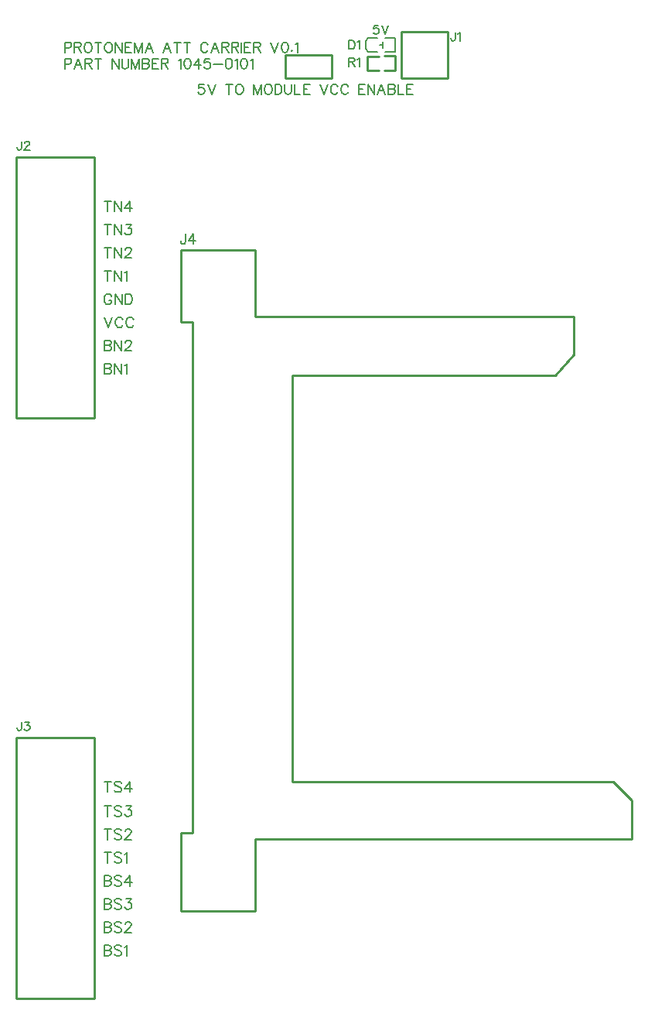
<source format=gto>
G04 Layer: TopSilkscreenLayer*
G04 EasyEDA v6.5.32, 2023-07-25 14:04:49*
G04 0f3e630bb97748ac983c4cf8ea4fb351,5a6b42c53f6a479593ecc07194224c93,10*
G04 Gerber Generator version 0.2*
G04 Scale: 100 percent, Rotated: No, Reflected: No *
G04 Dimensions in millimeters *
G04 leading zeros omitted , absolute positions ,4 integer and 5 decimal *
%FSLAX45Y45*%
%MOMM*%

%ADD10C,0.1524*%
%ADD11C,0.2540*%
%ADD12C,0.1500*%

%LPD*%
D10*
X2084070Y3506215D02*
G01*
X2084070Y3423157D01*
X2078736Y3407410D01*
X2073656Y3402329D01*
X2063241Y3397250D01*
X2052827Y3397250D01*
X2042413Y3402329D01*
X2037079Y3407410D01*
X2032000Y3423157D01*
X2032000Y3433571D01*
X2170175Y3506215D02*
G01*
X2118359Y3433571D01*
X2196084Y3433571D01*
X2170175Y3506215D02*
G01*
X2170175Y3397250D01*
X1193800Y2089657D02*
G01*
X1193800Y1975104D01*
X1193800Y2089657D02*
G01*
X1242821Y2089657D01*
X1259331Y2084070D01*
X1264665Y2078736D01*
X1270254Y2067813D01*
X1270254Y2056892D01*
X1264665Y2045970D01*
X1259331Y2040381D01*
X1242821Y2035047D01*
X1193800Y2035047D02*
G01*
X1242821Y2035047D01*
X1259331Y2029713D01*
X1264665Y2024126D01*
X1270254Y2013204D01*
X1270254Y1996947D01*
X1264665Y1986026D01*
X1259331Y1980437D01*
X1242821Y1975104D01*
X1193800Y1975104D01*
X1306068Y2089657D02*
G01*
X1306068Y1975104D01*
X1306068Y2089657D02*
G01*
X1382521Y1975104D01*
X1382521Y2089657D02*
G01*
X1382521Y1975104D01*
X1418589Y2067813D02*
G01*
X1429512Y2073147D01*
X1445768Y2089657D01*
X1445768Y1975104D01*
X1193800Y2343657D02*
G01*
X1193800Y2229104D01*
X1193800Y2343657D02*
G01*
X1242821Y2343657D01*
X1259331Y2338070D01*
X1264665Y2332736D01*
X1270254Y2321813D01*
X1270254Y2310892D01*
X1264665Y2299970D01*
X1259331Y2294381D01*
X1242821Y2289047D01*
X1193800Y2289047D02*
G01*
X1242821Y2289047D01*
X1259331Y2283713D01*
X1264665Y2278126D01*
X1270254Y2267204D01*
X1270254Y2250947D01*
X1264665Y2240026D01*
X1259331Y2234437D01*
X1242821Y2229104D01*
X1193800Y2229104D01*
X1306068Y2343657D02*
G01*
X1306068Y2229104D01*
X1306068Y2343657D02*
G01*
X1382521Y2229104D01*
X1382521Y2343657D02*
G01*
X1382521Y2229104D01*
X1423923Y2316226D02*
G01*
X1423923Y2321813D01*
X1429512Y2332736D01*
X1434845Y2338070D01*
X1445768Y2343657D01*
X1467612Y2343657D01*
X1478534Y2338070D01*
X1483868Y2332736D01*
X1489455Y2321813D01*
X1489455Y2310892D01*
X1483868Y2299970D01*
X1472945Y2283713D01*
X1418589Y2229104D01*
X1494789Y2229104D01*
X1193800Y2597657D02*
G01*
X1237487Y2483104D01*
X1281176Y2597657D02*
G01*
X1237487Y2483104D01*
X1398778Y2570226D02*
G01*
X1393444Y2581147D01*
X1382521Y2592070D01*
X1371600Y2597657D01*
X1349755Y2597657D01*
X1338834Y2592070D01*
X1327912Y2581147D01*
X1322578Y2570226D01*
X1316989Y2553970D01*
X1316989Y2526792D01*
X1322578Y2510281D01*
X1327912Y2499360D01*
X1338834Y2488437D01*
X1349755Y2483104D01*
X1371600Y2483104D01*
X1382521Y2488437D01*
X1393444Y2499360D01*
X1398778Y2510281D01*
X1516634Y2570226D02*
G01*
X1511300Y2581147D01*
X1500378Y2592070D01*
X1489455Y2597657D01*
X1467612Y2597657D01*
X1456689Y2592070D01*
X1445768Y2581147D01*
X1440434Y2570226D01*
X1434845Y2553970D01*
X1434845Y2526792D01*
X1440434Y2510281D01*
X1445768Y2499360D01*
X1456689Y2488437D01*
X1467612Y2483104D01*
X1489455Y2483104D01*
X1500378Y2488437D01*
X1511300Y2499360D01*
X1516634Y2510281D01*
X1275587Y2824226D02*
G01*
X1270254Y2835147D01*
X1259331Y2846070D01*
X1248410Y2851657D01*
X1226565Y2851657D01*
X1215644Y2846070D01*
X1204721Y2835147D01*
X1199134Y2824226D01*
X1193800Y2807970D01*
X1193800Y2780792D01*
X1199134Y2764281D01*
X1204721Y2753360D01*
X1215644Y2742437D01*
X1226565Y2737104D01*
X1248410Y2737104D01*
X1259331Y2742437D01*
X1270254Y2753360D01*
X1275587Y2764281D01*
X1275587Y2780792D01*
X1248410Y2780792D02*
G01*
X1275587Y2780792D01*
X1311655Y2851657D02*
G01*
X1311655Y2737104D01*
X1311655Y2851657D02*
G01*
X1387855Y2737104D01*
X1387855Y2851657D02*
G01*
X1387855Y2737104D01*
X1423923Y2851657D02*
G01*
X1423923Y2737104D01*
X1423923Y2851657D02*
G01*
X1462278Y2851657D01*
X1478534Y2846070D01*
X1489455Y2835147D01*
X1494789Y2824226D01*
X1500378Y2807970D01*
X1500378Y2780792D01*
X1494789Y2764281D01*
X1489455Y2753360D01*
X1478534Y2742437D01*
X1462278Y2737104D01*
X1423923Y2737104D01*
X1231900Y3105657D02*
G01*
X1231900Y2991104D01*
X1193800Y3105657D02*
G01*
X1270254Y3105657D01*
X1306068Y3105657D02*
G01*
X1306068Y2991104D01*
X1306068Y3105657D02*
G01*
X1382521Y2991104D01*
X1382521Y3105657D02*
G01*
X1382521Y2991104D01*
X1418589Y3083813D02*
G01*
X1429512Y3089147D01*
X1445768Y3105657D01*
X1445768Y2991104D01*
X1231900Y3359657D02*
G01*
X1231900Y3245104D01*
X1193800Y3359657D02*
G01*
X1270254Y3359657D01*
X1306068Y3359657D02*
G01*
X1306068Y3245104D01*
X1306068Y3359657D02*
G01*
X1382521Y3245104D01*
X1382521Y3359657D02*
G01*
X1382521Y3245104D01*
X1423923Y3332226D02*
G01*
X1423923Y3337813D01*
X1429512Y3348736D01*
X1434845Y3354070D01*
X1445768Y3359657D01*
X1467612Y3359657D01*
X1478534Y3354070D01*
X1483868Y3348736D01*
X1489455Y3337813D01*
X1489455Y3326892D01*
X1483868Y3315970D01*
X1472945Y3299713D01*
X1418589Y3245104D01*
X1494789Y3245104D01*
X1231900Y3613657D02*
G01*
X1231900Y3499104D01*
X1193800Y3613657D02*
G01*
X1270254Y3613657D01*
X1306068Y3613657D02*
G01*
X1306068Y3499104D01*
X1306068Y3613657D02*
G01*
X1382521Y3499104D01*
X1382521Y3613657D02*
G01*
X1382521Y3499104D01*
X1429512Y3613657D02*
G01*
X1489455Y3613657D01*
X1456689Y3569970D01*
X1472945Y3569970D01*
X1483868Y3564381D01*
X1489455Y3559047D01*
X1494789Y3542792D01*
X1494789Y3531870D01*
X1489455Y3515360D01*
X1478534Y3504437D01*
X1462278Y3499104D01*
X1445768Y3499104D01*
X1429512Y3504437D01*
X1423923Y3510026D01*
X1418589Y3520947D01*
X286765Y4520437D02*
G01*
X286765Y4447794D01*
X282194Y4434078D01*
X277621Y4429505D01*
X268478Y4424934D01*
X259587Y4424934D01*
X250444Y4429505D01*
X245871Y4434078D01*
X241300Y4447794D01*
X241300Y4456937D01*
X321310Y4497831D02*
G01*
X321310Y4502404D01*
X325881Y4511294D01*
X330454Y4515865D01*
X339597Y4520437D01*
X357631Y4520437D01*
X366776Y4515865D01*
X371347Y4511294D01*
X375920Y4502404D01*
X375920Y4493260D01*
X371347Y4484115D01*
X362204Y4470400D01*
X316737Y4424934D01*
X380492Y4424934D01*
X1231900Y3867657D02*
G01*
X1231900Y3753104D01*
X1193800Y3867657D02*
G01*
X1270254Y3867657D01*
X1306068Y3867657D02*
G01*
X1306068Y3753104D01*
X1306068Y3867657D02*
G01*
X1382521Y3753104D01*
X1382521Y3867657D02*
G01*
X1382521Y3753104D01*
X1472945Y3867657D02*
G01*
X1418589Y3791204D01*
X1500378Y3791204D01*
X1472945Y3867657D02*
G01*
X1472945Y3753104D01*
X1231900Y-2482342D02*
G01*
X1231900Y-2596895D01*
X1193800Y-2482342D02*
G01*
X1270254Y-2482342D01*
X1382521Y-2498852D02*
G01*
X1371600Y-2487929D01*
X1355344Y-2482342D01*
X1333500Y-2482342D01*
X1316989Y-2487929D01*
X1306068Y-2498852D01*
X1306068Y-2509773D01*
X1311655Y-2520695D01*
X1316989Y-2526029D01*
X1327912Y-2531618D01*
X1360678Y-2542286D01*
X1371600Y-2547873D01*
X1377187Y-2553207D01*
X1382521Y-2564129D01*
X1382521Y-2580639D01*
X1371600Y-2591562D01*
X1355344Y-2596895D01*
X1333500Y-2596895D01*
X1316989Y-2591562D01*
X1306068Y-2580639D01*
X1472945Y-2482342D02*
G01*
X1418589Y-2558795D01*
X1500378Y-2558795D01*
X1472945Y-2482342D02*
G01*
X1472945Y-2596895D01*
X286765Y-1829562D02*
G01*
X286765Y-1902205D01*
X282194Y-1915921D01*
X277621Y-1920494D01*
X268478Y-1925065D01*
X259587Y-1925065D01*
X250444Y-1920494D01*
X245871Y-1915921D01*
X241300Y-1902205D01*
X241300Y-1893062D01*
X325881Y-1829562D02*
G01*
X375920Y-1829562D01*
X348487Y-1865884D01*
X362204Y-1865884D01*
X371347Y-1870455D01*
X375920Y-1875028D01*
X380492Y-1888489D01*
X380492Y-1897634D01*
X375920Y-1911350D01*
X366776Y-1920494D01*
X353060Y-1925065D01*
X339597Y-1925065D01*
X325881Y-1920494D01*
X321310Y-1915921D01*
X316737Y-1906778D01*
X1231900Y-2749042D02*
G01*
X1231900Y-2863595D01*
X1193800Y-2749042D02*
G01*
X1270254Y-2749042D01*
X1382521Y-2765552D02*
G01*
X1371600Y-2754629D01*
X1355344Y-2749042D01*
X1333500Y-2749042D01*
X1316989Y-2754629D01*
X1306068Y-2765552D01*
X1306068Y-2776473D01*
X1311655Y-2787395D01*
X1316989Y-2792729D01*
X1327912Y-2798318D01*
X1360678Y-2808986D01*
X1371600Y-2814573D01*
X1377187Y-2819907D01*
X1382521Y-2830829D01*
X1382521Y-2847339D01*
X1371600Y-2858262D01*
X1355344Y-2863595D01*
X1333500Y-2863595D01*
X1316989Y-2858262D01*
X1306068Y-2847339D01*
X1429512Y-2749042D02*
G01*
X1489455Y-2749042D01*
X1456689Y-2792729D01*
X1472945Y-2792729D01*
X1483868Y-2798318D01*
X1489455Y-2803652D01*
X1494789Y-2819907D01*
X1494789Y-2830829D01*
X1489455Y-2847339D01*
X1478534Y-2858262D01*
X1462278Y-2863595D01*
X1445768Y-2863595D01*
X1429512Y-2858262D01*
X1423923Y-2852673D01*
X1418589Y-2841752D01*
X1231900Y-3003042D02*
G01*
X1231900Y-3117595D01*
X1193800Y-3003042D02*
G01*
X1270254Y-3003042D01*
X1382521Y-3019552D02*
G01*
X1371600Y-3008629D01*
X1355344Y-3003042D01*
X1333500Y-3003042D01*
X1316989Y-3008629D01*
X1306068Y-3019552D01*
X1306068Y-3030474D01*
X1311655Y-3041395D01*
X1316989Y-3046729D01*
X1327912Y-3052318D01*
X1360678Y-3062986D01*
X1371600Y-3068574D01*
X1377187Y-3073908D01*
X1382521Y-3084829D01*
X1382521Y-3101340D01*
X1371600Y-3112261D01*
X1355344Y-3117595D01*
X1333500Y-3117595D01*
X1316989Y-3112261D01*
X1306068Y-3101340D01*
X1423923Y-3030474D02*
G01*
X1423923Y-3024886D01*
X1429512Y-3013963D01*
X1434845Y-3008629D01*
X1445768Y-3003042D01*
X1467612Y-3003042D01*
X1478534Y-3008629D01*
X1483868Y-3013963D01*
X1489455Y-3024886D01*
X1489455Y-3035808D01*
X1483868Y-3046729D01*
X1472945Y-3062986D01*
X1418589Y-3117595D01*
X1494789Y-3117595D01*
X1231900Y-3257041D02*
G01*
X1231900Y-3371595D01*
X1193800Y-3257041D02*
G01*
X1270254Y-3257041D01*
X1382521Y-3273552D02*
G01*
X1371600Y-3262629D01*
X1355344Y-3257041D01*
X1333500Y-3257041D01*
X1316989Y-3262629D01*
X1306068Y-3273552D01*
X1306068Y-3284474D01*
X1311655Y-3295395D01*
X1316989Y-3300729D01*
X1327912Y-3306318D01*
X1360678Y-3316986D01*
X1371600Y-3322574D01*
X1377187Y-3327908D01*
X1382521Y-3338829D01*
X1382521Y-3355340D01*
X1371600Y-3366261D01*
X1355344Y-3371595D01*
X1333500Y-3371595D01*
X1316989Y-3366261D01*
X1306068Y-3355340D01*
X1418589Y-3278886D02*
G01*
X1429512Y-3273552D01*
X1445768Y-3257041D01*
X1445768Y-3371595D01*
X1193800Y-3511041D02*
G01*
X1193800Y-3625595D01*
X1193800Y-3511041D02*
G01*
X1242821Y-3511041D01*
X1259331Y-3516629D01*
X1264665Y-3521963D01*
X1270254Y-3532886D01*
X1270254Y-3543808D01*
X1264665Y-3554729D01*
X1259331Y-3560318D01*
X1242821Y-3565652D01*
X1193800Y-3565652D02*
G01*
X1242821Y-3565652D01*
X1259331Y-3570986D01*
X1264665Y-3576574D01*
X1270254Y-3587495D01*
X1270254Y-3603752D01*
X1264665Y-3614674D01*
X1259331Y-3620261D01*
X1242821Y-3625595D01*
X1193800Y-3625595D01*
X1382521Y-3527552D02*
G01*
X1371600Y-3516629D01*
X1355344Y-3511041D01*
X1333500Y-3511041D01*
X1316989Y-3516629D01*
X1306068Y-3527552D01*
X1306068Y-3538474D01*
X1311655Y-3549395D01*
X1316989Y-3554729D01*
X1327912Y-3560318D01*
X1360678Y-3570986D01*
X1371600Y-3576574D01*
X1377187Y-3581908D01*
X1382521Y-3592829D01*
X1382521Y-3609340D01*
X1371600Y-3620261D01*
X1355344Y-3625595D01*
X1333500Y-3625595D01*
X1316989Y-3620261D01*
X1306068Y-3609340D01*
X1472945Y-3511041D02*
G01*
X1418589Y-3587495D01*
X1500378Y-3587495D01*
X1472945Y-3511041D02*
G01*
X1472945Y-3625595D01*
X1193800Y-3765041D02*
G01*
X1193800Y-3879595D01*
X1193800Y-3765041D02*
G01*
X1242821Y-3765041D01*
X1259331Y-3770629D01*
X1264665Y-3775963D01*
X1270254Y-3786886D01*
X1270254Y-3797808D01*
X1264665Y-3808729D01*
X1259331Y-3814318D01*
X1242821Y-3819652D01*
X1193800Y-3819652D02*
G01*
X1242821Y-3819652D01*
X1259331Y-3824986D01*
X1264665Y-3830574D01*
X1270254Y-3841495D01*
X1270254Y-3857752D01*
X1264665Y-3868674D01*
X1259331Y-3874261D01*
X1242821Y-3879595D01*
X1193800Y-3879595D01*
X1382521Y-3781552D02*
G01*
X1371600Y-3770629D01*
X1355344Y-3765041D01*
X1333500Y-3765041D01*
X1316989Y-3770629D01*
X1306068Y-3781552D01*
X1306068Y-3792474D01*
X1311655Y-3803395D01*
X1316989Y-3808729D01*
X1327912Y-3814318D01*
X1360678Y-3824986D01*
X1371600Y-3830574D01*
X1377187Y-3835908D01*
X1382521Y-3846829D01*
X1382521Y-3863340D01*
X1371600Y-3874261D01*
X1355344Y-3879595D01*
X1333500Y-3879595D01*
X1316989Y-3874261D01*
X1306068Y-3863340D01*
X1429512Y-3765041D02*
G01*
X1489455Y-3765041D01*
X1456689Y-3808729D01*
X1472945Y-3808729D01*
X1483868Y-3814318D01*
X1489455Y-3819652D01*
X1494789Y-3835908D01*
X1494789Y-3846829D01*
X1489455Y-3863340D01*
X1478534Y-3874261D01*
X1462278Y-3879595D01*
X1445768Y-3879595D01*
X1429512Y-3874261D01*
X1423923Y-3868674D01*
X1418589Y-3857752D01*
X1193800Y-4019041D02*
G01*
X1193800Y-4133595D01*
X1193800Y-4019041D02*
G01*
X1242821Y-4019041D01*
X1259331Y-4024629D01*
X1264665Y-4029963D01*
X1270254Y-4040886D01*
X1270254Y-4051808D01*
X1264665Y-4062729D01*
X1259331Y-4068318D01*
X1242821Y-4073652D01*
X1193800Y-4073652D02*
G01*
X1242821Y-4073652D01*
X1259331Y-4078986D01*
X1264665Y-4084574D01*
X1270254Y-4095495D01*
X1270254Y-4111752D01*
X1264665Y-4122674D01*
X1259331Y-4128261D01*
X1242821Y-4133595D01*
X1193800Y-4133595D01*
X1382521Y-4035552D02*
G01*
X1371600Y-4024629D01*
X1355344Y-4019041D01*
X1333500Y-4019041D01*
X1316989Y-4024629D01*
X1306068Y-4035552D01*
X1306068Y-4046474D01*
X1311655Y-4057395D01*
X1316989Y-4062729D01*
X1327912Y-4068318D01*
X1360678Y-4078986D01*
X1371600Y-4084574D01*
X1377187Y-4089908D01*
X1382521Y-4100829D01*
X1382521Y-4117340D01*
X1371600Y-4128261D01*
X1355344Y-4133595D01*
X1333500Y-4133595D01*
X1316989Y-4128261D01*
X1306068Y-4117340D01*
X1423923Y-4046474D02*
G01*
X1423923Y-4040886D01*
X1429512Y-4029963D01*
X1434845Y-4024629D01*
X1445768Y-4019041D01*
X1467612Y-4019041D01*
X1478534Y-4024629D01*
X1483868Y-4029963D01*
X1489455Y-4040886D01*
X1489455Y-4051808D01*
X1483868Y-4062729D01*
X1472945Y-4078986D01*
X1418589Y-4133595D01*
X1494789Y-4133595D01*
X1193800Y-4273041D02*
G01*
X1193800Y-4387595D01*
X1193800Y-4273041D02*
G01*
X1242821Y-4273041D01*
X1259331Y-4278629D01*
X1264665Y-4283963D01*
X1270254Y-4294886D01*
X1270254Y-4305808D01*
X1264665Y-4316729D01*
X1259331Y-4322318D01*
X1242821Y-4327652D01*
X1193800Y-4327652D02*
G01*
X1242821Y-4327652D01*
X1259331Y-4332986D01*
X1264665Y-4338574D01*
X1270254Y-4349495D01*
X1270254Y-4365752D01*
X1264665Y-4376674D01*
X1259331Y-4382261D01*
X1242821Y-4387595D01*
X1193800Y-4387595D01*
X1382521Y-4289552D02*
G01*
X1371600Y-4278629D01*
X1355344Y-4273041D01*
X1333500Y-4273041D01*
X1316989Y-4278629D01*
X1306068Y-4289552D01*
X1306068Y-4300474D01*
X1311655Y-4311395D01*
X1316989Y-4316729D01*
X1327912Y-4322318D01*
X1360678Y-4332986D01*
X1371600Y-4338574D01*
X1377187Y-4343908D01*
X1382521Y-4354829D01*
X1382521Y-4371340D01*
X1371600Y-4382261D01*
X1355344Y-4387595D01*
X1333500Y-4387595D01*
X1316989Y-4382261D01*
X1306068Y-4371340D01*
X1418589Y-4294886D02*
G01*
X1429512Y-4289552D01*
X1445768Y-4273041D01*
X1445768Y-4387595D01*
X762000Y5601715D02*
G01*
X762000Y5492750D01*
X762000Y5601715D02*
G01*
X808736Y5601715D01*
X824229Y5596636D01*
X829563Y5591302D01*
X834644Y5580887D01*
X834644Y5565394D01*
X829563Y5554979D01*
X824229Y5549900D01*
X808736Y5544565D01*
X762000Y5544565D01*
X868934Y5601715D02*
G01*
X868934Y5492750D01*
X868934Y5601715D02*
G01*
X915670Y5601715D01*
X931418Y5596636D01*
X936497Y5591302D01*
X941831Y5580887D01*
X941831Y5570473D01*
X936497Y5560060D01*
X931418Y5554979D01*
X915670Y5549900D01*
X868934Y5549900D01*
X905510Y5549900D02*
G01*
X941831Y5492750D01*
X1007110Y5601715D02*
G01*
X996950Y5596636D01*
X986536Y5586221D01*
X981202Y5575807D01*
X976121Y5560060D01*
X976121Y5534152D01*
X981202Y5518657D01*
X986536Y5508244D01*
X996950Y5497829D01*
X1007110Y5492750D01*
X1027937Y5492750D01*
X1038352Y5497829D01*
X1048765Y5508244D01*
X1054100Y5518657D01*
X1059179Y5534152D01*
X1059179Y5560060D01*
X1054100Y5575807D01*
X1048765Y5586221D01*
X1038352Y5596636D01*
X1027937Y5601715D01*
X1007110Y5601715D01*
X1129792Y5601715D02*
G01*
X1129792Y5492750D01*
X1093470Y5601715D02*
G01*
X1166113Y5601715D01*
X1231645Y5601715D02*
G01*
X1221231Y5596636D01*
X1210818Y5586221D01*
X1205737Y5575807D01*
X1200404Y5560060D01*
X1200404Y5534152D01*
X1205737Y5518657D01*
X1210818Y5508244D01*
X1221231Y5497829D01*
X1231645Y5492750D01*
X1252473Y5492750D01*
X1262887Y5497829D01*
X1273302Y5508244D01*
X1278381Y5518657D01*
X1283715Y5534152D01*
X1283715Y5560060D01*
X1278381Y5575807D01*
X1273302Y5586221D01*
X1262887Y5596636D01*
X1252473Y5601715D01*
X1231645Y5601715D01*
X1318005Y5601715D02*
G01*
X1318005Y5492750D01*
X1318005Y5601715D02*
G01*
X1390650Y5492750D01*
X1390650Y5601715D02*
G01*
X1390650Y5492750D01*
X1424939Y5601715D02*
G01*
X1424939Y5492750D01*
X1424939Y5601715D02*
G01*
X1492504Y5601715D01*
X1424939Y5549900D02*
G01*
X1466595Y5549900D01*
X1424939Y5492750D02*
G01*
X1492504Y5492750D01*
X1526794Y5601715D02*
G01*
X1526794Y5492750D01*
X1526794Y5601715D02*
G01*
X1568450Y5492750D01*
X1609852Y5601715D02*
G01*
X1568450Y5492750D01*
X1609852Y5601715D02*
G01*
X1609852Y5492750D01*
X1685797Y5601715D02*
G01*
X1644142Y5492750D01*
X1685797Y5601715D02*
G01*
X1727200Y5492750D01*
X1659889Y5529071D02*
G01*
X1711705Y5529071D01*
X1883155Y5601715D02*
G01*
X1841500Y5492750D01*
X1883155Y5601715D02*
G01*
X1924812Y5492750D01*
X1857247Y5529071D02*
G01*
X1909063Y5529071D01*
X1995424Y5601715D02*
G01*
X1995424Y5492750D01*
X1959102Y5601715D02*
G01*
X2031745Y5601715D01*
X2102358Y5601715D02*
G01*
X2102358Y5492750D01*
X2066036Y5601715D02*
G01*
X2138679Y5601715D01*
X2330958Y5575807D02*
G01*
X2325877Y5586221D01*
X2315463Y5596636D01*
X2305050Y5601715D01*
X2284222Y5601715D01*
X2273808Y5596636D01*
X2263393Y5586221D01*
X2258313Y5575807D01*
X2252979Y5560060D01*
X2252979Y5534152D01*
X2258313Y5518657D01*
X2263393Y5508244D01*
X2273808Y5497829D01*
X2284222Y5492750D01*
X2305050Y5492750D01*
X2315463Y5497829D01*
X2325877Y5508244D01*
X2330958Y5518657D01*
X2406904Y5601715D02*
G01*
X2365247Y5492750D01*
X2406904Y5601715D02*
G01*
X2448559Y5492750D01*
X2380995Y5529071D02*
G01*
X2432811Y5529071D01*
X2482850Y5601715D02*
G01*
X2482850Y5492750D01*
X2482850Y5601715D02*
G01*
X2529586Y5601715D01*
X2545079Y5596636D01*
X2550159Y5591302D01*
X2555493Y5580887D01*
X2555493Y5570473D01*
X2550159Y5560060D01*
X2545079Y5554979D01*
X2529586Y5549900D01*
X2482850Y5549900D01*
X2519172Y5549900D02*
G01*
X2555493Y5492750D01*
X2589784Y5601715D02*
G01*
X2589784Y5492750D01*
X2589784Y5601715D02*
G01*
X2636520Y5601715D01*
X2652013Y5596636D01*
X2657347Y5591302D01*
X2662427Y5580887D01*
X2662427Y5570473D01*
X2657347Y5560060D01*
X2652013Y5554979D01*
X2636520Y5549900D01*
X2589784Y5549900D01*
X2626106Y5549900D02*
G01*
X2662427Y5492750D01*
X2696718Y5601715D02*
G01*
X2696718Y5492750D01*
X2731008Y5601715D02*
G01*
X2731008Y5492750D01*
X2731008Y5601715D02*
G01*
X2798572Y5601715D01*
X2731008Y5549900D02*
G01*
X2772663Y5549900D01*
X2731008Y5492750D02*
G01*
X2798572Y5492750D01*
X2832861Y5601715D02*
G01*
X2832861Y5492750D01*
X2832861Y5601715D02*
G01*
X2879597Y5601715D01*
X2895345Y5596636D01*
X2900425Y5591302D01*
X2905759Y5580887D01*
X2905759Y5570473D01*
X2900425Y5560060D01*
X2895345Y5554979D01*
X2879597Y5549900D01*
X2832861Y5549900D01*
X2869184Y5549900D02*
G01*
X2905759Y5492750D01*
X3020059Y5601715D02*
G01*
X3061461Y5492750D01*
X3103118Y5601715D02*
G01*
X3061461Y5492750D01*
X3168650Y5601715D02*
G01*
X3152902Y5596636D01*
X3142488Y5580887D01*
X3137408Y5554979D01*
X3137408Y5539486D01*
X3142488Y5513323D01*
X3152902Y5497829D01*
X3168650Y5492750D01*
X3178809Y5492750D01*
X3194558Y5497829D01*
X3204972Y5513323D01*
X3210052Y5539486D01*
X3210052Y5554979D01*
X3204972Y5580887D01*
X3194558Y5596636D01*
X3178809Y5601715D01*
X3168650Y5601715D01*
X3249675Y5518657D02*
G01*
X3244341Y5513323D01*
X3249675Y5508244D01*
X3254756Y5513323D01*
X3249675Y5518657D01*
X3289045Y5580887D02*
G01*
X3299459Y5586221D01*
X3314954Y5601715D01*
X3314954Y5492750D01*
X762000Y5423915D02*
G01*
X762000Y5314950D01*
X762000Y5423915D02*
G01*
X808736Y5423915D01*
X824229Y5418836D01*
X829563Y5413502D01*
X834644Y5403087D01*
X834644Y5387594D01*
X829563Y5377179D01*
X824229Y5372100D01*
X808736Y5366765D01*
X762000Y5366765D01*
X910589Y5423915D02*
G01*
X868934Y5314950D01*
X910589Y5423915D02*
G01*
X952245Y5314950D01*
X884681Y5351271D02*
G01*
X936497Y5351271D01*
X986536Y5423915D02*
G01*
X986536Y5314950D01*
X986536Y5423915D02*
G01*
X1033271Y5423915D01*
X1048765Y5418836D01*
X1054100Y5413502D01*
X1059179Y5403087D01*
X1059179Y5392673D01*
X1054100Y5382260D01*
X1048765Y5377179D01*
X1033271Y5372100D01*
X986536Y5372100D01*
X1022857Y5372100D02*
G01*
X1059179Y5314950D01*
X1129792Y5423915D02*
G01*
X1129792Y5314950D01*
X1093470Y5423915D02*
G01*
X1166113Y5423915D01*
X1280413Y5423915D02*
G01*
X1280413Y5314950D01*
X1280413Y5423915D02*
G01*
X1353312Y5314950D01*
X1353312Y5423915D02*
G01*
X1353312Y5314950D01*
X1387602Y5423915D02*
G01*
X1387602Y5345937D01*
X1392681Y5330444D01*
X1403095Y5320029D01*
X1418589Y5314950D01*
X1429004Y5314950D01*
X1444752Y5320029D01*
X1455165Y5330444D01*
X1460245Y5345937D01*
X1460245Y5423915D01*
X1494536Y5423915D02*
G01*
X1494536Y5314950D01*
X1494536Y5423915D02*
G01*
X1536192Y5314950D01*
X1577594Y5423915D02*
G01*
X1536192Y5314950D01*
X1577594Y5423915D02*
G01*
X1577594Y5314950D01*
X1611884Y5423915D02*
G01*
X1611884Y5314950D01*
X1611884Y5423915D02*
G01*
X1658620Y5423915D01*
X1674368Y5418836D01*
X1679447Y5413502D01*
X1684781Y5403087D01*
X1684781Y5392673D01*
X1679447Y5382260D01*
X1674368Y5377179D01*
X1658620Y5372100D01*
X1611884Y5372100D02*
G01*
X1658620Y5372100D01*
X1674368Y5366765D01*
X1679447Y5361686D01*
X1684781Y5351271D01*
X1684781Y5335523D01*
X1679447Y5325110D01*
X1674368Y5320029D01*
X1658620Y5314950D01*
X1611884Y5314950D01*
X1719071Y5423915D02*
G01*
X1719071Y5314950D01*
X1719071Y5423915D02*
G01*
X1786636Y5423915D01*
X1719071Y5372100D02*
G01*
X1760473Y5372100D01*
X1719071Y5314950D02*
G01*
X1786636Y5314950D01*
X1820926Y5423915D02*
G01*
X1820926Y5314950D01*
X1820926Y5423915D02*
G01*
X1867662Y5423915D01*
X1883155Y5418836D01*
X1888489Y5413502D01*
X1893570Y5403087D01*
X1893570Y5392673D01*
X1888489Y5382260D01*
X1883155Y5377179D01*
X1867662Y5372100D01*
X1820926Y5372100D01*
X1857247Y5372100D02*
G01*
X1893570Y5314950D01*
X2007870Y5403087D02*
G01*
X2018284Y5408421D01*
X2033777Y5423915D01*
X2033777Y5314950D01*
X2099309Y5423915D02*
G01*
X2083815Y5418836D01*
X2073402Y5403087D01*
X2068068Y5377179D01*
X2068068Y5361686D01*
X2073402Y5335523D01*
X2083815Y5320029D01*
X2099309Y5314950D01*
X2109724Y5314950D01*
X2125218Y5320029D01*
X2135631Y5335523D01*
X2140965Y5361686D01*
X2140965Y5377179D01*
X2135631Y5403087D01*
X2125218Y5418836D01*
X2109724Y5423915D01*
X2099309Y5423915D01*
X2227072Y5423915D02*
G01*
X2175256Y5351271D01*
X2252979Y5351271D01*
X2227072Y5423915D02*
G01*
X2227072Y5314950D01*
X2349754Y5423915D02*
G01*
X2297684Y5423915D01*
X2292604Y5377179D01*
X2297684Y5382260D01*
X2313431Y5387594D01*
X2328925Y5387594D01*
X2344420Y5382260D01*
X2354834Y5372100D01*
X2360168Y5356352D01*
X2360168Y5345937D01*
X2354834Y5330444D01*
X2344420Y5320029D01*
X2328925Y5314950D01*
X2313431Y5314950D01*
X2297684Y5320029D01*
X2292604Y5325110D01*
X2287270Y5335523D01*
X2394458Y5361686D02*
G01*
X2487929Y5361686D01*
X2553461Y5423915D02*
G01*
X2537713Y5418836D01*
X2527300Y5403087D01*
X2522220Y5377179D01*
X2522220Y5361686D01*
X2527300Y5335523D01*
X2537713Y5320029D01*
X2553461Y5314950D01*
X2563875Y5314950D01*
X2579370Y5320029D01*
X2589784Y5335523D01*
X2594863Y5361686D01*
X2594863Y5377179D01*
X2589784Y5403087D01*
X2579370Y5418836D01*
X2563875Y5423915D01*
X2553461Y5423915D01*
X2629154Y5403087D02*
G01*
X2639568Y5408421D01*
X2655315Y5423915D01*
X2655315Y5314950D01*
X2720593Y5423915D02*
G01*
X2705100Y5418836D01*
X2694686Y5403087D01*
X2689606Y5377179D01*
X2689606Y5361686D01*
X2694686Y5335523D01*
X2705100Y5320029D01*
X2720593Y5314950D01*
X2731008Y5314950D01*
X2746756Y5320029D01*
X2757170Y5335523D01*
X2762250Y5361686D01*
X2762250Y5377179D01*
X2757170Y5403087D01*
X2746756Y5418836D01*
X2731008Y5423915D01*
X2720593Y5423915D01*
X2796540Y5403087D02*
G01*
X2806954Y5408421D01*
X2822447Y5423915D01*
X2822447Y5314950D01*
X4194797Y5790427D02*
G01*
X4149331Y5790427D01*
X4144759Y5749533D01*
X4149331Y5754105D01*
X4162793Y5758677D01*
X4176509Y5758677D01*
X4190225Y5754105D01*
X4199369Y5744961D01*
X4203941Y5731499D01*
X4203941Y5722355D01*
X4199369Y5708639D01*
X4190225Y5699495D01*
X4176509Y5694923D01*
X4162793Y5694923D01*
X4149331Y5699495D01*
X4144759Y5704067D01*
X4140187Y5713211D01*
X4233913Y5790427D02*
G01*
X4270235Y5694923D01*
X4306557Y5790427D02*
G01*
X4270235Y5694923D01*
X2284729Y5144515D02*
G01*
X2232913Y5144515D01*
X2227579Y5097779D01*
X2232913Y5102860D01*
X2248408Y5108194D01*
X2264156Y5108194D01*
X2279650Y5102860D01*
X2290063Y5092700D01*
X2295143Y5076952D01*
X2295143Y5066537D01*
X2290063Y5051044D01*
X2279650Y5040629D01*
X2264156Y5035550D01*
X2248408Y5035550D01*
X2232913Y5040629D01*
X2227579Y5045710D01*
X2222500Y5056123D01*
X2329434Y5144515D02*
G01*
X2371090Y5035550D01*
X2412745Y5144515D02*
G01*
X2371090Y5035550D01*
X2563368Y5144515D02*
G01*
X2563368Y5035550D01*
X2527045Y5144515D02*
G01*
X2599690Y5144515D01*
X2665222Y5144515D02*
G01*
X2654808Y5139436D01*
X2644393Y5129021D01*
X2639059Y5118607D01*
X2633979Y5102860D01*
X2633979Y5076952D01*
X2639059Y5061457D01*
X2644393Y5051044D01*
X2654808Y5040629D01*
X2665222Y5035550D01*
X2686050Y5035550D01*
X2696209Y5040629D01*
X2706624Y5051044D01*
X2711958Y5061457D01*
X2717038Y5076952D01*
X2717038Y5102860D01*
X2711958Y5118607D01*
X2706624Y5129021D01*
X2696209Y5139436D01*
X2686050Y5144515D01*
X2665222Y5144515D01*
X2831338Y5144515D02*
G01*
X2831338Y5035550D01*
X2831338Y5144515D02*
G01*
X2872993Y5035550D01*
X2914650Y5144515D02*
G01*
X2872993Y5035550D01*
X2914650Y5144515D02*
G01*
X2914650Y5035550D01*
X2979927Y5144515D02*
G01*
X2969513Y5139436D01*
X2959100Y5129021D01*
X2954020Y5118607D01*
X2948940Y5102860D01*
X2948940Y5076952D01*
X2954020Y5061457D01*
X2959100Y5051044D01*
X2969513Y5040629D01*
X2979927Y5035550D01*
X3000756Y5035550D01*
X3011170Y5040629D01*
X3021584Y5051044D01*
X3026663Y5061457D01*
X3031997Y5076952D01*
X3031997Y5102860D01*
X3026663Y5118607D01*
X3021584Y5129021D01*
X3011170Y5139436D01*
X3000756Y5144515D01*
X2979927Y5144515D01*
X3066288Y5144515D02*
G01*
X3066288Y5035550D01*
X3066288Y5144515D02*
G01*
X3102609Y5144515D01*
X3118104Y5139436D01*
X3128518Y5129021D01*
X3133852Y5118607D01*
X3138931Y5102860D01*
X3138931Y5076952D01*
X3133852Y5061457D01*
X3128518Y5051044D01*
X3118104Y5040629D01*
X3102609Y5035550D01*
X3066288Y5035550D01*
X3173222Y5144515D02*
G01*
X3173222Y5066537D01*
X3178556Y5051044D01*
X3188970Y5040629D01*
X3204463Y5035550D01*
X3214877Y5035550D01*
X3230372Y5040629D01*
X3240786Y5051044D01*
X3246120Y5066537D01*
X3246120Y5144515D01*
X3280409Y5144515D02*
G01*
X3280409Y5035550D01*
X3280409Y5035550D02*
G01*
X3342640Y5035550D01*
X3376929Y5144515D02*
G01*
X3376929Y5035550D01*
X3376929Y5144515D02*
G01*
X3444493Y5144515D01*
X3376929Y5092700D02*
G01*
X3418586Y5092700D01*
X3376929Y5035550D02*
G01*
X3444493Y5035550D01*
X3558793Y5144515D02*
G01*
X3600450Y5035550D01*
X3641852Y5144515D02*
G01*
X3600450Y5035550D01*
X3754120Y5118607D02*
G01*
X3749040Y5129021D01*
X3738625Y5139436D01*
X3728211Y5144515D01*
X3707384Y5144515D01*
X3696970Y5139436D01*
X3686556Y5129021D01*
X3681475Y5118607D01*
X3676141Y5102860D01*
X3676141Y5076952D01*
X3681475Y5061457D01*
X3686556Y5051044D01*
X3696970Y5040629D01*
X3707384Y5035550D01*
X3728211Y5035550D01*
X3738625Y5040629D01*
X3749040Y5051044D01*
X3754120Y5061457D01*
X3866388Y5118607D02*
G01*
X3861054Y5129021D01*
X3850640Y5139436D01*
X3840479Y5144515D01*
X3819652Y5144515D01*
X3809238Y5139436D01*
X3798824Y5129021D01*
X3793490Y5118607D01*
X3788409Y5102860D01*
X3788409Y5076952D01*
X3793490Y5061457D01*
X3798824Y5051044D01*
X3809238Y5040629D01*
X3819652Y5035550D01*
X3840479Y5035550D01*
X3850640Y5040629D01*
X3861054Y5051044D01*
X3866388Y5061457D01*
X3980688Y5144515D02*
G01*
X3980688Y5035550D01*
X3980688Y5144515D02*
G01*
X4048252Y5144515D01*
X3980688Y5092700D02*
G01*
X4022090Y5092700D01*
X3980688Y5035550D02*
G01*
X4048252Y5035550D01*
X4082541Y5144515D02*
G01*
X4082541Y5035550D01*
X4082541Y5144515D02*
G01*
X4155186Y5035550D01*
X4155186Y5144515D02*
G01*
X4155186Y5035550D01*
X4231131Y5144515D02*
G01*
X4189475Y5035550D01*
X4231131Y5144515D02*
G01*
X4272534Y5035550D01*
X4204970Y5071871D02*
G01*
X4257040Y5071871D01*
X4306824Y5144515D02*
G01*
X4306824Y5035550D01*
X4306824Y5144515D02*
G01*
X4353559Y5144515D01*
X4369308Y5139436D01*
X4374388Y5134102D01*
X4379722Y5123687D01*
X4379722Y5113273D01*
X4374388Y5102860D01*
X4369308Y5097779D01*
X4353559Y5092700D01*
X4306824Y5092700D02*
G01*
X4353559Y5092700D01*
X4369308Y5087365D01*
X4374388Y5082286D01*
X4379722Y5071871D01*
X4379722Y5056123D01*
X4374388Y5045710D01*
X4369308Y5040629D01*
X4353559Y5035550D01*
X4306824Y5035550D01*
X4414011Y5144515D02*
G01*
X4414011Y5035550D01*
X4414011Y5035550D02*
G01*
X4476241Y5035550D01*
X4510531Y5144515D02*
G01*
X4510531Y5035550D01*
X4510531Y5144515D02*
G01*
X4578095Y5144515D01*
X4510531Y5092700D02*
G01*
X4552188Y5092700D01*
X4510531Y5035550D02*
G01*
X4578095Y5035550D01*
X5036565Y5714237D02*
G01*
X5036565Y5641594D01*
X5031993Y5627878D01*
X5027422Y5623305D01*
X5018277Y5618734D01*
X5009388Y5618734D01*
X5000243Y5623305D01*
X4995672Y5627878D01*
X4991100Y5641594D01*
X4991100Y5650737D01*
X5066538Y5696204D02*
G01*
X5075681Y5700776D01*
X5089397Y5714237D01*
X5089397Y5618734D01*
X3873505Y5434837D02*
G01*
X3873505Y5339334D01*
X3873505Y5434837D02*
G01*
X3914393Y5434837D01*
X3928109Y5430265D01*
X3932681Y5425694D01*
X3937256Y5416804D01*
X3937256Y5407660D01*
X3932681Y5398515D01*
X3928109Y5393944D01*
X3914393Y5389371D01*
X3873505Y5389371D01*
X3905255Y5389371D02*
G01*
X3937256Y5339334D01*
X3967225Y5416804D02*
G01*
X3976115Y5421376D01*
X3989831Y5434837D01*
X3989831Y5339334D01*
X3873500Y5625337D02*
G01*
X3873500Y5529834D01*
X3873500Y5625337D02*
G01*
X3905250Y5625337D01*
X3918965Y5620765D01*
X3928109Y5611876D01*
X3932681Y5602731D01*
X3937254Y5589015D01*
X3937254Y5566410D01*
X3932681Y5552694D01*
X3928109Y5543550D01*
X3918965Y5534405D01*
X3905250Y5529834D01*
X3873500Y5529834D01*
X3967225Y5607304D02*
G01*
X3976115Y5611876D01*
X3989831Y5625337D01*
X3989831Y5529834D01*
D11*
X3683000Y5461000D02*
G01*
X3683000Y5207000D01*
X3175000Y5207000D01*
X3175000Y5461000D01*
X3683000Y5461000D01*
X3683000Y5207000D01*
X6337300Y2603500D02*
G01*
X6337300Y2184400D01*
X2844800Y2603500D02*
G01*
X6337300Y2603500D01*
X6134100Y1955800D02*
G01*
X3251200Y1955800D01*
X3251200Y-2489200D01*
X6769100Y-2489200D01*
X2032000Y-3898900D02*
G01*
X2032000Y-3048000D01*
X2159000Y-3048000D01*
X2159000Y2540000D01*
X2032000Y2540000D01*
X2032000Y3327400D01*
X2844800Y3327400D01*
X2844800Y2603500D01*
X6972300Y-3111500D02*
G01*
X2844800Y-3111500D01*
X2844800Y-3898900D01*
X6972300Y-2692400D02*
G01*
X6972300Y-3111500D01*
X6769100Y-2489200D02*
G01*
X6972300Y-2692400D01*
X6337300Y2184400D02*
G01*
X6134100Y1955800D01*
X2844800Y-3898900D02*
G01*
X2032000Y-3898900D01*
X4074038Y5291587D02*
G01*
X4074038Y5451591D01*
X4384098Y5292097D02*
G01*
X4384098Y5452102D01*
X4199034Y5451591D02*
G01*
X4074038Y5451591D01*
X4199034Y5291587D02*
G01*
X4074038Y5291587D01*
X4259097Y5452102D02*
G01*
X4384098Y5452102D01*
X4259097Y5292097D02*
G01*
X4384098Y5292097D01*
D12*
X4246100Y5575523D02*
G01*
X4212099Y5575523D01*
X4054093Y5540296D02*
G01*
X4054093Y5530293D01*
X4084088Y5500291D01*
X4269094Y5650298D02*
G01*
X4384098Y5650298D01*
X4269094Y5500291D02*
G01*
X4384098Y5500291D01*
X4189097Y5650298D02*
G01*
X4084088Y5650298D01*
X4189097Y5500291D02*
G01*
X4084088Y5500291D01*
X4384098Y5650285D02*
G01*
X4384098Y5502295D01*
X4054093Y5610288D02*
G01*
X4054093Y5540296D01*
X4054093Y5610288D02*
G01*
X4054093Y5620303D01*
X4084088Y5650298D01*
X4246100Y5610296D02*
G01*
X4246100Y5542297D01*
D11*
X235407Y4343704D02*
G01*
X1085418Y4343704D01*
X1085418Y1493697D01*
X235407Y1493697D01*
X235407Y4343704D01*
X235407Y-2006295D02*
G01*
X1085418Y-2006295D01*
X1085418Y-4856302D01*
X235407Y-4856302D01*
X235407Y-2006295D01*
X4445000Y5715000D02*
G01*
X4953000Y5715000D01*
X4953000Y5207000D01*
X4445000Y5207000D01*
X4445000Y5715000D01*
M02*

</source>
